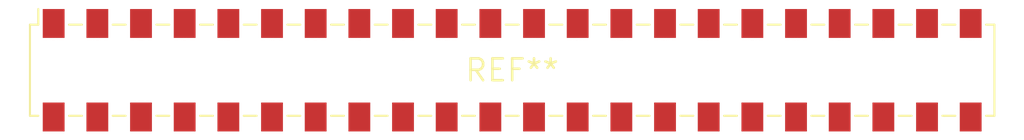
<source format=kicad_pcb>
(kicad_pcb (version 20240108) (generator pcbnew)
  (layers (0 "F.Cu" signal) (31 "B.Cu" signal) (34 "B.Paste" user) (35 "F.Paste" user) (36 "B.SilkS" user "B.Silkscreen") (37 "F.SilkS" user "F.Silkscreen") (38 "B.Mask" user) (39 "F.Mask" user) (44 "Edge.Cuts" user))
  (net 0 "")
  (footprint "Samtec_HLE-122-02-xxx-DV-BE_2x22_P2.54mm_Horizontal" (layer "F.Cu") (at 0 0)
    (property "Reference" "REF**")
    (property "Value" "Samtec_HLE-122-02-xxx-DV-BE_2x22_P2.54mm_Horizontal")
    (fp_line (start -28.05 -2.65) (end -28.05 2.65) (layer "F.SilkS") (stroke (width 0.12)))
    (fp_line (start -28.05 2.65) (end -27.565 2.65) (layer "F.SilkS") (stroke (width 0.12)))
    (fp_line (start -27.565 -3.56) (end -27.565 -2.65) (layer "F.SilkS") (stroke (width 0.12)))
    (fp_line (start -27.565 -2.65) (end -28.05 -2.65) (layer "F.SilkS") (stroke (width 0.12)))
    (fp_line (start -25.775 -2.65) (end -25.025 -2.65) (layer "F.SilkS") (stroke (width 0.12)))
    (fp_line (start -25.775 2.65) (end -25.025 2.65) (layer "F.SilkS") (stroke (width 0.12)))
    (fp_line (start -23.235 -2.65) (end -22.485 -2.65) (layer "F.SilkS") (stroke (width 0.12)))
    (fp_line (start -23.235 2.65) (end -22.485 2.65) (layer "F.SilkS") (stroke (width 0.12)))
    (fp_line (start -20.695 -2.65) (end -19.945 -2.65) (layer "F.SilkS") (stroke (width 0.12)))
    (fp_line (start -20.695 2.65) (end -19.945 2.65) (layer "F.SilkS") (stroke (width 0.12)))
    (fp_line (start -18.155 -2.65) (end -17.405 -2.65) (layer "F.SilkS") (stroke (width 0.12)))
    (fp_line (start -18.155 2.65) (end -17.405 2.65) (layer "F.SilkS") (stroke (width 0.12)))
    (fp_line (start -15.615 -2.65) (end -14.865 -2.65) (layer "F.SilkS") (stroke (width 0.12)))
    (fp_line (start -15.615 2.65) (end -14.865 2.65) (layer "F.SilkS") (stroke (width 0.12)))
    (fp_line (start -13.075 -2.65) (end -12.325 -2.65) (layer "F.SilkS") (stroke (width 0.12)))
    (fp_line (start -13.075 2.65) (end -12.325 2.65) (layer "F.SilkS") (stroke (width 0.12)))
    (fp_line (start -10.535 -2.65) (end -9.785 -2.65) (layer "F.SilkS") (stroke (width 0.12)))
    (fp_line (start -10.535 2.65) (end -9.785 2.65) (layer "F.SilkS") (stroke (width 0.12)))
    (fp_line (start -7.995 -2.65) (end -7.245 -2.65) (layer "F.SilkS") (stroke (width 0.12)))
    (fp_line (start -7.995 2.65) (end -7.245 2.65) (layer "F.SilkS") (stroke (width 0.12)))
    (fp_line (start -5.455 -2.65) (end -4.705 -2.65) (layer "F.SilkS") (stroke (width 0.12)))
    (fp_line (start -5.455 2.65) (end -4.705 2.65) (layer "F.SilkS") (stroke (width 0.12)))
    (fp_line (start -2.915 -2.65) (end -2.165 -2.65) (layer "F.SilkS") (stroke (width 0.12)))
    (fp_line (start -2.915 2.65) (end -2.165 2.65) (layer "F.SilkS") (stroke (width 0.12)))
    (fp_line (start -0.375 -2.65) (end 0.375 -2.65) (layer "F.SilkS") (stroke (width 0.12)))
    (fp_line (start -0.375 2.65) (end 0.375 2.65) (layer "F.SilkS") (stroke (width 0.12)))
    (fp_line (start 2.165 -2.65) (end 2.915 -2.65) (layer "F.SilkS") (stroke (width 0.12)))
    (fp_line (start 2.165 2.65) (end 2.915 2.65) (layer "F.SilkS") (stroke (width 0.12)))
    (fp_line (start 4.705 -2.65) (end 5.455 -2.65) (layer "F.SilkS") (stroke (width 0.12)))
    (fp_line (start 4.705 2.65) (end 5.455 2.65) (layer "F.SilkS") (stroke (width 0.12)))
    (fp_line (start 7.245 -2.65) (end 7.995 -2.65) (layer "F.SilkS") (stroke (width 0.12)))
    (fp_line (start 7.245 2.65) (end 7.995 2.65) (layer "F.SilkS") (stroke (width 0.12)))
    (fp_line (start 9.785 -2.65) (end 10.535 -2.65) (layer "F.SilkS") (stroke (width 0.12)))
    (fp_line (start 9.785 2.65) (end 10.535 2.65) (layer "F.SilkS") (stroke (width 0.12)))
    (fp_line (start 12.325 -2.65) (end 13.075 -2.65) (layer "F.SilkS") (stroke (width 0.12)))
    (fp_line (start 12.325 2.65) (end 13.075 2.65) (layer "F.SilkS") (stroke (width 0.12)))
    (fp_line (start 14.865 -2.65) (end 15.615 -2.65) (layer "F.SilkS") (stroke (width 0.12)))
    (fp_line (start 14.865 2.65) (end 15.615 2.65) (layer "F.SilkS") (stroke (width 0.12)))
    (fp_line (start 17.405 -2.65) (end 18.155 -2.65) (layer "F.SilkS") (stroke (width 0.12)))
    (fp_line (start 17.405 2.65) (end 18.155 2.65) (layer "F.SilkS") (stroke (width 0.12)))
    (fp_line (start 19.945 -2.65) (end 20.695 -2.65) (layer "F.SilkS") (stroke (width 0.12)))
    (fp_line (start 19.945 2.65) (end 20.695 2.65) (layer "F.SilkS") (stroke (width 0.12)))
    (fp_line (start 22.485 -2.65) (end 23.235 -2.65) (layer "F.SilkS") (stroke (width 0.12)))
    (fp_line (start 22.485 2.65) (end 23.235 2.65) (layer "F.SilkS") (stroke (width 0.12)))
    (fp_line (start 25.025 -2.65) (end 25.775 -2.65) (layer "F.SilkS") (stroke (width 0.12)))
    (fp_line (start 25.025 2.65) (end 25.775 2.65) (layer "F.SilkS") (stroke (width 0.12)))
    (fp_line (start 27.565 -2.65) (end 28.05 -2.65) (layer "F.SilkS") (stroke (width 0.12)))
    (fp_line (start 28.05 -2.65) (end 28.05 2.65) (layer "F.SilkS") (stroke (width 0.12)))
    (fp_line (start 28.05 2.65) (end 27.565 2.65) (layer "F.SilkS") (stroke (width 0.12)))
    (pad "" np_thru_hole circle (at -26.67 -1.27) (size 0.97 0.97) (drill 0.97) (layers *.Cu *.Mask))
    (pad "" np_thru_hole circle (at -26.67 1.27) (size 0.97 0.97) (drill 0.97) (layers *.Cu *.Mask))
    (pad "" np_thru_hole circle (at -24.13 -1.27) (size 0.97 0.97) (drill 0.97) (layers *.Cu *.Mask))
    (pad "" np_thru_hole circle (at -24.13 1.27) (size 0.97 0.97) (drill 0.97) (layers *.Cu *.Mask))
    (pad "" np_thru_hole circle (at -21.59 -1.27) (size 0.97 0.97) (drill 0.97) (layers *.Cu *.Mask))
    (pad "" np_thru_hole circle (at -21.59 1.27) (size 0.97 0.97) (drill 0.97) (layers *.Cu *.Mask))
    (pad "" np_thru_hole circle (at -19.05 -1.27) (size 0.97 0.97) (drill 0.97) (layers *.Cu *.Mask))
    (pad "" np_thru_hole circle (at -19.05 1.27) (size 0.97 0.97) (drill 0.97) (layers *.Cu *.Mask))
    (pad "" np_thru_hole circle (at -16.51 -1.27) (size 0.97 0.97) (drill 0.97) (layers *.Cu *.Mask))
    (pad "" np_thru_hole circle (at -16.51 1.27) (size 0.97 0.97) (drill 0.97) (layers *.Cu *.Mask))
    (pad "" np_thru_hole circle (at -13.97 -1.27) (size 0.97 0.97) (drill 0.97) (layers *.Cu *.Mask))
    (pad "" np_thru_hole circle (at -13.97 1.27) (size 0.97 0.97) (drill 0.97) (layers *.Cu *.Mask))
    (pad "" np_thru_hole circle (at -11.43 -1.27) (size 0.97 0.97) (drill 0.97) (layers *.Cu *.Mask))
    (pad "" np_thru_hole circle (at -11.43 1.27) (size 0.97 0.97) (drill 0.97) (layers *.Cu *.Mask))
    (pad "" np_thru_hole circle (at -8.89 -1.27) (size 0.97 0.97) (drill 0.97) (layers *.Cu *.Mask))
    (pad "" np_thru_hole circle (at -8.89 1.27) (size 0.97 0.97) (drill 0.97) (layers *.Cu *.Mask))
    (pad "" np_thru_hole circle (at -6.35 -1.27) (size 0.97 0.97) (drill 0.97) (layers *.Cu *.Mask))
    (pad "" np_thru_hole circle (at -6.35 1.27) (size 0.97 0.97) (drill 0.97) (layers *.Cu *.Mask))
    (pad "" np_thru_hole circle (at -3.81 -1.27) (size 0.97 0.97) (drill 0.97) (layers *.Cu *.Mask))
    (pad "" np_thru_hole circle (at -3.81 1.27) (size 0.97 0.97) (drill 0.97) (layers *.Cu *.Mask))
    (pad "" np_thru_hole circle (at -1.27 -1.27) (size 0.97 0.97) (drill 0.97) (layers *.Cu *.Mask))
    (pad "" np_thru_hole circle (at -1.27 1.27) (size 0.97 0.97) (drill 0.97) (layers *.Cu *.Mask))
    (pad "" np_thru_hole circle (at 1.27 -1.27) (size 0.97 0.97) (drill 0.97) (layers *.Cu *.Mask))
    (pad "" np_thru_hole circle (at 1.27 1.27) (size 0.97 0.97) (drill 0.97) (layers *.Cu *.Mask))
    (pad "" np_thru_hole circle (at 3.81 -1.27) (size 0.97 0.97) (drill 0.97) (layers *.Cu *.Mask))
    (pad "" np_thru_hole circle (at 3.81 1.27) (size 0.97 0.97) (drill 0.97) (layers *.Cu *.Mask))
    (pad "" np_thru_hole circle (at 6.35 -1.27) (size 0.97 0.97) (drill 0.97) (layers *.Cu *.Mask))
    (pad "" np_thru_hole circle (at 6.35 1.27) (size 0.97 0.97) (drill 0.97) (layers *.Cu *.Mask))
    (pad "" np_thru_hole circle (at 8.89 -1.27) (size 0.97 0.97) (drill 0.97) (layers *.Cu *.Mask))
    (pad "" np_thru_hole circle (at 8.89 1.27) (size 0.97 0.97) (drill 0.97) (layers *.Cu *.Mask))
    (pad "" np_thru_hole circle (at 11.43 -1.27) (size 0.97 0.97) (drill 0.97) (layers *.Cu *.Mask))
    (pad "" np_thru_hole circle (at 11.43 1.27) (size 0.97 0.97) (drill 0.97) (layers *.Cu *.Mask))
    (pad "" np_thru_hole circle (at 13.97 -1.27) (size 0.97 0.97) (drill 0.97) (layers *.Cu *.Mask))
    (pad "" np_thru_hole circle (at 13.97 1.27) (size 0.97 0.97) (drill 0.97) (layers *.Cu *.Mask))
    (pad "" np_thru_hole circle (at 16.51 -1.27) (size 0.97 0.97) (drill 0.97) (layers *.Cu *.Mask))
    (pad "" np_thru_hole circle (at 16.51 1.27) (size 0.97 0.97) (drill 0.97) (layers *.Cu *.Mask))
    (pad "" np_thru_hole circle (at 19.05 -1.27) (size 0.97 0.97) (drill 0.97) (layers *.Cu *.Mask))
    (pad "" np_thru_hole circle (at 19.05 1.27) (size 0.97 0.97) (drill 0.97) (layers *.Cu *.Mask))
    (pad "" np_thru_hole circle (at 21.59 -1.27) (size 0.97 0.97) (drill 0.97) (layers *.Cu *.Mask))
    (pad "" np_thru_hole circle (at 21.59 1.27) (size 0.97 0.97) (drill 0.97) (layers *.Cu *.Mask))
    (pad "" np_thru_hole circle (at 24.13 -1.27) (size 0.97 0.97) (drill 0.97) (layers *.Cu *.Mask))
    (pad "" np_thru_hole circle (at 24.13 1.27) (size 0.97 0.97) (drill 0.97) (layers *.Cu *.Mask))
    (pad "" np_thru_hole circle (at 26.67 -1.27) (size 0.97 0.97) (drill 0.97) (layers *.Cu *.Mask))
    (pad "" np_thru_hole circle (at 26.67 1.27) (size 0.97 0.97) (drill 0.97) (layers *.Cu *.Mask))
    (pad "1" smd rect (at -26.67 -2.72) (size 1.27 1.68) (layers "F.Cu" "F.Paste" "F.Mask"))
    (pad "2" smd rect (at -26.67 2.72) (size 1.27 1.68) (layers "F.Cu" "F.Paste" "F.Mask"))
    (pad "3" smd rect (at -24.13 -2.72) (size 1.27 1.68) (layers "F.Cu" "F.Paste" "F.Mask"))
    (pad "4" smd rect (at -24.13 2.72) (size 1.27 1.68) (layers "F.Cu" "F.Paste" "F.Mask"))
    (pad "5" smd rect (at -21.59 -2.72) (size 1.27 1.68) (layers "F.Cu" "F.Paste" "F.Mask"))
    (pad "6" smd rect (at -21.59 2.72) (size 1.27 1.68) (layers "F.Cu" "F.Paste" "F.Mask"))
    (pad "7" smd rect (at -19.05 -2.72) (size 1.27 1.68) (layers "F.Cu" "F.Paste" "F.Mask"))
    (pad "8" smd rect (at -19.05 2.72) (size 1.27 1.68) (layers "F.Cu" "F.Paste" "F.Mask"))
    (pad "9" smd rect (at -16.51 -2.72) (size 1.27 1.68) (layers "F.Cu" "F.Paste" "F.Mask"))
    (pad "10" smd rect (at -16.51 2.72) (size 1.27 1.68) (layers "F.Cu" "F.Paste" "F.Mask"))
    (pad "11" smd rect (at -13.97 -2.72) (size 1.27 1.68) (layers "F.Cu" "F.Paste" "F.Mask"))
    (pad "12" smd rect (at -13.97 2.72) (size 1.27 1.68) (layers "F.Cu" "F.Paste" "F.Mask"))
    (pad "13" smd rect (at -11.43 -2.72) (size 1.27 1.68) (layers "F.Cu" "F.Paste" "F.Mask"))
    (pad "14" smd rect (at -11.43 2.72) (size 1.27 1.68) (layers "F.Cu" "F.Paste" "F.Mask"))
    (pad "15" smd rect (at -8.89 -2.72) (size 1.27 1.68) (layers "F.Cu" "F.Paste" "F.Mask"))
    (pad "16" smd rect (at -8.89 2.72) (size 1.27 1.68) (layers "F.Cu" "F.Paste" "F.Mask"))
    (pad "17" smd rect (at -6.35 -2.72) (size 1.27 1.68) (layers "F.Cu" "F.Paste" "F.Mask"))
    (pad "18" smd rect (at -6.35 2.72) (size 1.27 1.68) (layers "F.Cu" "F.Paste" "F.Mask"))
    (pad "19" smd rect (at -3.81 -2.72) (size 1.27 1.68) (layers "F.Cu" "F.Paste" "F.Mask"))
    (pad "20" smd rect (at -3.81 2.72) (size 1.27 1.68) (layers "F.Cu" "F.Paste" "F.Mask"))
    (pad "21" smd rect (at -1.27 -2.72) (size 1.27 1.68) (layers "F.Cu" "F.Paste" "F.Mask"))
    (pad "22" smd rect (at -1.27 2.72) (size 1.27 1.68) (layers "F.Cu" "F.Paste" "F.Mask"))
    (pad "23" smd rect (at 1.27 -2.72) (size 1.27 1.68) (layers "F.Cu" "F.Paste" "F.Mask"))
    (pad "24" smd rect (at 1.27 2.72) (size 1.27 1.68) (layers "F.Cu" "F.Paste" "F.Mask"))
    (pad "25" smd rect (at 3.81 -2.72) (size 1.27 1.68) (layers "F.Cu" "F.Paste" "F.Mask"))
    (pad "26" smd rect (at 3.81 2.72) (size 1.27 1.68) (layers "F.Cu" "F.Paste" "F.Mask"))
    (pad "27" smd rect (at 6.35 -2.72) (size 1.27 1.68) (layers "F.Cu" "F.Paste" "F.Mask"))
    (pad "28" smd rect (at 6.35 2.72) (size 1.27 1.68) (layers "F.Cu" "F.Paste" "F.Mask"))
    (pad "29" smd rect (at 8.89 -2.72) (size 1.27 1.68) (layers "F.Cu" "F.Paste" "F.Mask"))
    (pad "30" smd rect (at 8.89 2.72) (size 1.27 1.68) (layers "F.Cu" "F.Paste" "F.Mask"))
    (pad "31" smd rect (at 11.43 -2.72) (size 1.27 1.68) (layers "F.Cu" "F.Paste" "F.Mask"))
    (pad "32" smd rect (at 11.43 2.72) (size 1.27 1.68) (layers "F.Cu" "F.Paste" "F.Mask"))
    (pad "33" smd rect (at 13.97 -2.72) (size 1.27 1.68) (layers "F.Cu" "F.Paste" "F.Mask"))
    (pad "34" smd rect (at 13.97 2.72) (size 1.27 1.68) (layers "F.Cu" "F.Paste" "F.Mask"))
    (pad "35" smd rect (at 16.51 -2.72) (size 1.27 1.68) (layers "F.Cu" "F.Paste" "F.Mask"))
    (pad "36" smd rect (at 16.51 2.72) (size 1.27 1.68) (layers "F.Cu" "F.Paste" "F.Mask"))
    (pad "37" smd rect (at 19.05 -2.72) (size 1.27 1.68) (layers "F.Cu" "F.Paste" "F.Mask"))
    (pad "38" smd rect (at 19.05 2.72) (size 1.27 1.68) (layers "F.Cu" "F.Paste" "F.Mask"))
    (pad "39" smd rect (at 21.59 -2.72) (size 1.27 1.68) (layers "F.Cu" "F.Paste" "F.Mask"))
    (pad "40" smd rect (at 21.59 2.72) (size 1.27 1.68) (layers "F.Cu" "F.Paste" "F.Mask"))
    (pad "41" smd rect (at 24.13 -2.72) (size 1.27 1.68) (layers "F.Cu" "F.Paste" "F.Mask"))
    (pad "42" smd rect (at 24.13 2.72) (size 1.27 1.68) (layers "F.Cu" "F.Paste" "F.Mask"))
    (pad "43" smd rect (at 26.67 -2.72) (size 1.27 1.68) (layers "F.Cu" "F.Paste" "F.Mask"))
    (pad "44" smd rect (at 26.67 2.72) (size 1.27 1.68) (layers "F.Cu" "F.Paste" "F.Mask"))
  )
)
</source>
